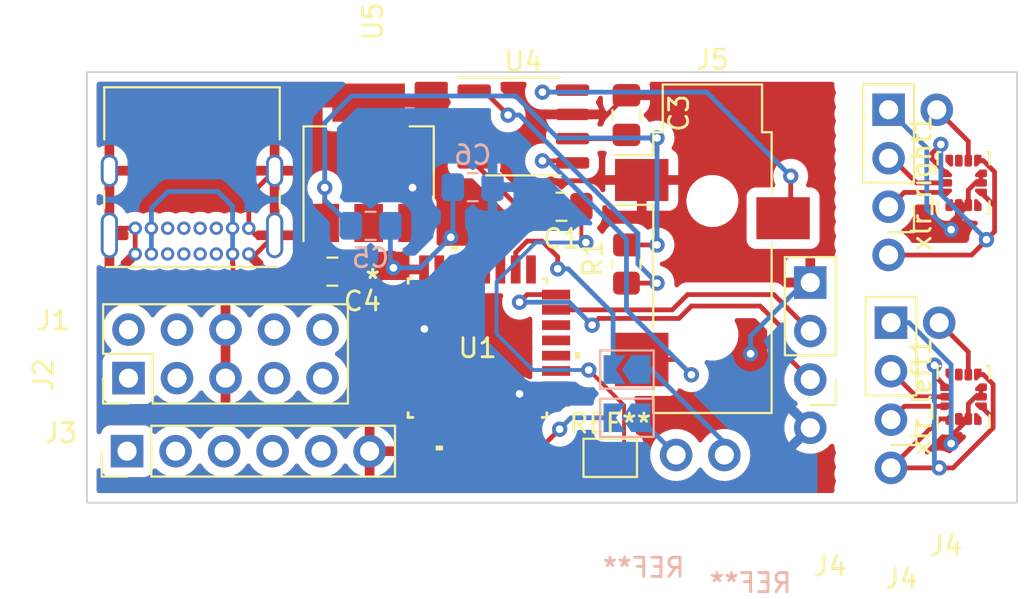
<source format=kicad_pcb>
(kicad_pcb (version 20211014) (generator pcbnew)
  (layers (0 "F.Cu" signal) (31 "B.Cu" signal) (34 "B.Paste" user) (35 "F.Paste" user) (36 "B.SilkS" user "B.Silkscreen") (37 "F.SilkS" user "F.Silkscreen") (38 "B.Mask" user) (39 "F.Mask" user) (44 "Edge.Cuts" user))
  (net 0 "")
  (net 1 "/AUDIO+")
  (net 2 "Net-(C1-Pad2)")
  (net 3 "GND")
  (net 4 "+5V")
  (net 5 "+3V3")
  (net 15 "/SWDIO")
  (net 17 "/SWCLK")
  (net 23 "/RX")
  (net 24 "/TX")
  (net 27 "Net-(J5-PadR)")
  (net 28 "Net-(J5-PadT)")
  (net 29 "Net-(R1-Pad2)")
  (net 32 "/ACC_INT1")
  (net 35 "/I2C1_SLC")
  (net 36 "/I2C1_SDA")
  (net 38 "/ACC_INT0")
  (footprint "Package_LGA:LGA-14_3x2.5mm_P0.5mm_LayoutBorder3x4y" (layer "F.Cu") (at 65.65 59.55 90)
    (fp_text reference "xlr_right1")
    (fp_text value "LSM6DSOTR")
  )
  (footprint "" (layer "F.Cu") (at 59.65 67.25 180)
    (fp_text reference "")
    (fp_text value "")
  )
  (footprint "" (layer "F.Cu") (at 57.625 72.375 90)
    (fp_text reference "")
    (fp_text value "")
  )
  (footprint "" (layer "F.Cu") (at 62.65 65 90)
    (fp_text reference "")
    (fp_text value "")
  )
  (footprint "" (layer "F.Cu") (at 59.65 70.3 180)
    (fp_text reference "")
    (fp_text value "")
  )
  (footprint "" (layer "F.Cu") (at 59.65 71.8 180)
    (fp_text reference "")
    (fp_text value "")
  )
  (footprint "Capacitor_SMD:C_0805_2012Metric_Pad1.18x1.45mm_HandSolder" (layer "F.Cu") (at 44.6 60.8 180)
    (fp_text reference "C1")
    (fp_text value "0.1uF")
  )
  (footprint "Connector_USB:USB_C_Receptacle_GCT_USB4085" (layer "F.Cu") (at 28.225 63.275 180)
    (fp_text reference "J1")
    (fp_text value "USB_C_Receptacle_USB2.0")
  )
  (footprint "" (layer "F.Cu") (at 65.65 65 90)
    (fp_text reference "")
    (fp_text value "")
  )
  (footprint "" (layer "F.Cu") (at 59.65 54.45 180)
    (fp_text reference "")
    (fp_text value "")
  )
  (footprint "" (layer "F.Cu") (at 66.4 65 90)
    (fp_text reference "")
    (fp_text value "")
  )
  (footprint "" (layer "F.Cu") (at 61.9 65 90)
    (fp_text reference "")
    (fp_text value "")
  )
  (footprint "Capacitor_SMD:C_0805_2012Metric_Pad1.18x1.45mm_HandSolder" (layer "F.Cu") (at 48 56 -90)
    (fp_text reference "C3")
    (fp_text value "10uF")
  )
  (footprint "Connector_PinHeader_2.54mm:PinHeader_1x06_P2.54mm_Vertical" (layer "F.Cu") (at 21.85 73.6 90)
    (fp_text reference "J3")
    (fp_text value "USB_SERIAL_TTL")
  )
  (footprint "" (layer "F.Cu") (at 59.65 55.95 180)
    (fp_text reference "")
    (fp_text value "")
  )
  (footprint "" (layer "F.Cu") (at 64.9 65 90)
    (fp_text reference "")
    (fp_text value "")
  )
  (footprint "" (layer "F.Cu") (at 59.65 59.7 180)
    (fp_text reference "")
    (fp_text value "")
  )
  (footprint "Package_TO_SOT_SMD:SOT-223-3_TabPin2" (layer "F.Cu") (at 34.5 58.5 90)
    (fp_text reference "U5")
    (fp_text value "TC1262-33")
  )
  (footprint "" (layer "F.Cu") (at 59.65 65.75 180)
    (fp_text reference "")
    (fp_text value "")
  )
  (footprint "" (layer "F.Cu") (at 64.15 65 90)
    (fp_text reference "")
    (fp_text value "")
  )
  (footprint "" (layer "F.Cu") (at 59.65 56.7 180)
    (fp_text reference "")
    (fp_text value "")
  )
  (footprint "" (layer "F.Cu") (at 59.65 57.45 180)
    (fp_text reference "")
    (fp_text value "")
  )
  (footprint "Package_LGA:LGA-14_3x2.5mm_P0.5mm_LayoutBorder3x4y" (layer "F.Cu") (at 65.65 70.75 90)
    (fp_text reference "xlr_left1")
    (fp_text value "LSM6DSOTR")
  )
  (footprint "" (layer "F.Cu") (at 59.65 75.55 180)
    (fp_text reference "")
    (fp_text value "")
  )
  (footprint "" (layer "F.Cu") (at 59.65 62.75 180)
    (fp_text reference "")
    (fp_text value "")
  )
  (footprint "" (layer "F.Cu") (at 59.65 68.75 180)
    (fp_text reference "")
    (fp_text value "")
  )
  (footprint "" (layer "F.Cu") (at 59.65 64.25 180)
    (fp_text reference "")
    (fp_text value "")
  )
  (footprint "" (layer "F.Cu") (at 61.85 74.475 90)
    (fp_text reference "")
    (fp_text value "")
  )
  (footprint "" (layer "F.Cu") (at 59.65 71.05 180)
    (fp_text reference "")
    (fp_text value "")
  )
  (footprint "" (layer "F.Cu") (at 65.65 65 90)
    (fp_text reference "")
    (fp_text value "")
  )
  (footprint "" (layer "F.Cu") (at 59.65 73.3 180)
    (fp_text reference "")
    (fp_text value "")
  )
  (footprint "" (layer "F.Cu") (at 59.65 69.55 180)
    (fp_text reference "")
    (fp_text value "")
  )
  (footprint "" (layer "F.Cu") (at 59.65 63.5 180)
    (fp_text reference "")
    (fp_text value "")
  )
  (footprint "Resistor_SMD:R_0805_2012Metric_Pad1.20x1.40mm_HandSolder" (layer "F.Cu") (at 48 63.8 -90)
    (fp_text reference "R1")
    (fp_text value "10k")
  )
  (footprint "" (layer "F.Cu") (at 59.65 58.95 180)
    (fp_text reference "")
    (fp_text value "")
  )
  (footprint "" (layer "F.Cu") (at 59.65 65 180)
    (fp_text reference "")
    (fp_text value "")
  )
  (footprint "" (layer "F.Cu") (at 67.15 65 90)
    (fp_text reference "")
    (fp_text value "")
  )
  (footprint "Capacitor_SMD:C_0805_2012Metric_Pad1.18x1.45mm_HandSolder" (layer "F.Cu") (at 32.6 64.2 180)
    (fp_text reference "C4")
    (fp_text value "1uF")
  )
  (footprint "Package_SO:SO-8_3.9x4.9mm_P1.27mm" (layer "F.Cu") (at 42.6 56.6)
    (fp_text reference "U4")
    (fp_text value "PAM8302AAS")
  )
  (footprint "" (layer "F.Cu") (at 63.4 65 90)
    (fp_text reference "")
    (fp_text value "")
  )
  (footprint "" (layer "F.Cu") (at 59.65 74.8 180)
    (fp_text reference "")
    (fp_text value "")
  )
  (footprint "" (layer "F.Cu") (at 59.65 55.2 180)
    (fp_text reference "")
    (fp_text value "")
  )
  (footprint "Connector_PinHeader_2.54mm:PinHeader_1x03_P2.54mm_Vertical" (layer "F.Cu") (at 57.625 69.85 180)
    (fp_text reference "J4")
    (fp_text value "I2C")
  )
  (footprint "Jumper:SolderJumper-2_P1.3mm_Open_TrianglePad1.0x1.5mm" (layer "F.Cu") (at 47.15 73.95)
    (fp_text reference "REF**")
    (fp_text value "SolderJumper-2_P1.3mm_Open_TrianglePad1.0x1.5mm")
  )
  (footprint "" (layer "F.Cu") (at 59.65 72.55 180)
    (fp_text reference "")
    (fp_text value "")
  )
  (footprint "" (layer "F.Cu") (at 53.125 73.8)
    (fp_text reference "")
    (fp_text value "")
  )
  (footprint "Connector_PinHeader_2.54mm:PinHeader_1x03_P2.54mm_Vertical" (layer "F.Cu") (at 61.85 71.95 180)
    (fp_text reference "J4")
    (fp_text value "I2C")
  )
  (footprint "Connector_Audio:Jack_3.5mm_CUI_SJ-3523-SMT_Horizontal" (layer "F.Cu") (at 52.5 63)
    (fp_text reference "J5")
    (fp_text value "AudioJack3")
  )
  (footprint "" (layer "F.Cu") (at 61.15 65 90)
    (fp_text reference "")
    (fp_text value "")
  )
  (footprint "Connector_PinHeader_2.54mm:PinHeader_1x03_P2.54mm_Vertical" (layer "F.Cu") (at 61.725 60.8 180)
    (fp_text reference "J4")
    (fp_text value "I2C")
  )
  (footprint "" (layer "F.Cu") (at 59.65 61.95 180)
    (fp_text reference "")
    (fp_text value "")
  )
  (footprint "" (layer "F.Cu") (at 59.65 61.2 180)
    (fp_text reference "")
    (fp_text value "")
  )
  (footprint "" (layer "F.Cu") (at 59.65 68 180)
    (fp_text reference "")
    (fp_text value "")
  )
  (footprint "" (layer "F.Cu") (at 59.65 66.5 180)
    (fp_text reference "")
    (fp_text value "")
  )
  (footprint "" (layer "F.Cu") (at 64.375 66.875)
    (fp_text reference "")
    (fp_text value "")
  )
  (footprint "Connector_PinHeader_2.54mm:PinHeader_2x05_P2.54mm_Vertical" (layer "F.Cu") (at 21.925 69.775 90)
    (fp_text reference "J2")
    (fp_text value "STM_LINK")
  )
  (footprint "" (layer "F.Cu") (at 60.4 65 90)
    (fp_text reference "")
    (fp_text value "")
  )
  (footprint "" (layer "F.Cu") (at 50.6 73.8)
    (fp_text reference "")
    (fp_text value "")
  )
  (footprint "Varistor:STM32G441KBT6 LQFP-32" (layer "F.Cu") (at 40.2 68.2)
    (fp_text reference "U1")
    (fp_text value "STM32G441KBT6")
  )
  (footprint "" (layer "F.Cu") (at 59.65 58.2 180)
    (fp_text reference "")
    (fp_text value "")
  )
  (footprint "" (layer "F.Cu") (at 67.9 65 90)
    (fp_text reference "")
    (fp_text value "")
  )
  (footprint "" (layer "F.Cu") (at 61.725 63.325 90)
    (fp_text reference "")
    (fp_text value "")
  )
  (footprint "" (layer "F.Cu") (at 59.65 60.45 180)
    (fp_text reference "")
    (fp_text value "")
  )
  (footprint "" (layer "F.Cu") (at 64.25 55.725)
    (fp_text reference "")
    (fp_text value "")
  )
  (footprint "" (layer "F.Cu") (at 59.65 74.05 180)
    (fp_text reference "")
    (fp_text value "")
  )
  (footprint "Jumper:SolderJumper-2_P1.3mm_Open_TrianglePad1.0x1.5mm" (layer "B.Cu") (at 48.025 71.85 180)
    (fp_text reference "REF**")
    (fp_text value "SolderJumper-2_P1.3mm_Open_TrianglePad1.0x1.5mm")
  )
  (footprint "Capacitor_SMD:C_0805_2012Metric_Pad1.18x1.45mm_HandSolder" (layer "B.Cu") (at 39.95 59.775 180)
    (fp_text reference "C6")
    (fp_text value "1uF")
  )
  (footprint "Capacitor_SMD:C_0805_2012Metric_Pad1.18x1.45mm_HandSolder" (layer "B.Cu") (at 34.6 61.8)
    (fp_text reference "C5")
    (fp_text value "1uF")
  )
  (footprint "Jumper:SolderJumper-2_P1.3mm_Open_TrianglePad1.0x1.5mm" (layer "B.Cu") (at 48.025 69.325 180)
    (fp_text reference "REF**")
    (fp_text value "SolderJumper-2_P1.3mm_Open_TrianglePad1.0x1.5mm")
  )
  (gr_rect (start 19.75 53.75) (end 68.45 76.3) (layer "Edge.Cuts") (width 0.1) (fill none))
  (segment (start 38.795577 74.3) (end 37.400001 72.904424) (width 0.2) (layer "F.Cu") (net 1))
  (segment (start 46.425 73.95) (end 46.075 74.3) (width 0.2) (layer "F.Cu") (net 1))
  (segment (start 45.6375 60.8) (end 45.6375 62.4375) (width 0.2) (layer "F.Cu") (net 1))
  (segment (start 46.025 69.35) (end 47.875 71.2) (width 0.2) (layer "F.Cu") (net 1))
  (segment (start 45.6375 62.4375) (end 45.875 62.675) (width 0.2) (layer "F.Cu") (net 1))
  (segment (start 46.075 74.3) (end 38.795577 74.3) (width 0.2) (layer "F.Cu") (net 1))
  (segment (start 47.875 71.2) (end 47.875 73.95) (width 0.2) (layer "F.Cu") (net 1))
  (segment (start 37.400001 72.904424) (end 37.400001 72.3148) (width 0.2) (layer "F.Cu") (net 1))
  (via (at 45.875 62.675) (size 0.8) (drill 0.4) (layers "F.Cu" "B.Cu") (net 1))
  (via (at 46.025 69.35) (size 0.8) (drill 0.4) (layers "F.Cu" "B.Cu") (net 1))
  (segment (start 41.2 64.725) (end 41.2 67.45) (width 0.2) (layer "B.Cu") (net 1))
  (segment (start 43.25 62.675) (end 41.2 64.725) (width 0.2) (layer "B.Cu") (net 1))
  (segment (start 45.875 62.675) (end 43.25 62.675) (width 0.2) (layer "B.Cu") (net 1))
  (segment (start 41.2 67.45) (end 43.1 69.35) (width 0.2) (layer "B.Cu") (net 1))
  (segment (start 43.1 69.35) (end 46.025 69.35) (width 0.2) (layer "B.Cu") (net 1))
  (segment (start 40.025 57.235) (end 40.301072 57.235) (width 0.25) (layer "F.Cu") (net 2))
  (segment (start 40.025 58.505) (end 40.025 57.235) (width 0.25) (layer "F.Cu") (net 2))
  (segment (start 43.5625 60.496428) (end 43.5625 60.8) (width 0.25) (layer "F.Cu") (net 2))
  (segment (start 42.32 60.8) (end 40.025 58.505) (width 0.25) (layer "F.Cu") (net 2))
  (segment (start 43.5625 60.8) (end 42.32 60.8) (width 0.25) (layer "F.Cu") (net 2))
  (segment (start 66.5625 59.05) (end 66.5625 59.55) (width 0.25) (layer "F.Cu") (net 3))
  (segment (start 20.925 58.915) (end 20.925 62.295) (width 0.25) (layer "F.Cu") (net 3))
  (segment (start 65.9 71.126415) (end 66.276415 70.75) (width 0.25) (layer "F.Cu") (net 3))
  (segment (start 46.9975 55.965) (end 48 54.9625) (width 0.25) (layer "F.Cu") (net 3))
  (segment (start 21.295 61.925) (end 20.925 62.295) (width 0.25) (layer "F.Cu") (net 3))
  (segment (start 65.4 71.9125) (end 65.9 71.9125) (width 0.25) (layer "F.Cu") (net 3))
  (segment (start 66.276415 70.75) (end 66.5625 70.75) (width 0.25) (layer "F.Cu") (net 3))
  (segment (start 22.275 61.925) (end 22.275 63.275) (width 0.25) (layer "F.Cu") (net 3))
  (segment (start 28.225 63.275) (end 28.595 63.275) (width 0.25) (layer "F.Cu") (net 3))
  (segment (start 66.276415 59.55) (end 66.5625 59.55) (width 0.25) (layer "F.Cu") (net 3))
  (segment (start 65.4 60.7125) (end 65.9 60.7125) (width 0.25) (layer "F.Cu") (net 3))
  (segment (start 65 72.8125) (end 65.9 71.9125) (width 0.25) (layer "F.Cu") (net 3))
  (segment (start 65.9 71.9125) (end 65.9 71.126415) (width 0.25) (layer "F.Cu") (net 3))
  (segment (start 28.595 62.295) (end 28.225 61.925) (width 0.25) (layer "F.Cu") (net 3))
  (segment (start 22.275 61.925) (end 21.295 61.925) (width 0.25) (layer "F.Cu") (net 3))
  (segment (start 65.9 59.926415) (end 66.276415 59.55) (width 0.25) (layer "F.Cu") (net 3))
  (segment (start 28.595 63.275) (end 29.575 62.295) (width 0.25) (layer "F.Cu") (net 3))
  (segment (start 29.575 62.295) (end 28.595 62.295) (width 0.25) (layer "F.Cu") (net 3))
  (segment (start 65 61.6125) (end 65.9 60.7125) (width 0.25) (layer "F.Cu") (net 3))
  (segment (start 65 73.2) (end 65 72.8125) (width 0.25) (layer "F.Cu") (net 3))
  (segment (start 66.5625 70.25) (end 66.5625 70.75) (width 0.25) (layer "F.Cu") (net 3))
  (segment (start 65 62) (end 65 61.6125) (width 0.25) (layer "F.Cu") (net 3))
  (segment (start 28.225 61.925) (end 28.225 60.265) (width 0.25) (layer "F.Cu") (net 3))
  (segment (start 42.824089 73.375911) (end 42.999999 73.200001) (width 0.25) (layer "F.Cu") (net 3))
  (segment (start 45.175 55.965) (end 46.9975 55.965) (width 0.25) (layer "F.Cu") (net 3))
  (segment (start 41.4 73.3014) (end 41.474511 73.375911) (width 0.25) (layer "F.Cu") (net 3))
  (segment (start 41.474511 73.375911) (end 42.824089 73.375911) (width 0.25) (layer "F.Cu") (net 3))
  (segment (start 37.400001 64.0852) (end 37.400001 65.380882) (width 0.25) (layer "F.Cu") (net 3))
  (segment (start 41.4 69.380881) (end 41.4 72.3148) (width 0.25) (layer "F.Cu") (net 3))
  (segment (start 41.4 72.3148) (end 41.4 73.3014) (width 0.25) (layer "F.Cu") (net 3))
  (segment (start 28.225 60.265) (end 29.575 58.915) (width 0.25) (layer "F.Cu") (net 3))
  (segment (start 37.400001 65.380882) (end 41.4 69.380881) (width 0.25) (layer "F.Cu") (net 3))
  (segment (start 42.999999 73.200001) (end 42.999999 72.3148) (width 0.25) (layer "F.Cu") (net 3))
  (segment (start 65.9 60.7125) (end 65.9 59.926415) (width 0.25) (layer "F.Cu") (net 3))
  (segment (start 64.9 60.7125) (end 65.4 60.7125) (width 0.25) (layer "F.Cu") (net 3))
  (via (at 54.5 68.5) (size 0.8) (drill 0.4) (layers "F.Cu" "B.Cu") (net 3))
  (via (at 65 62) (size 0.8) (drill 0.4) (layers "F.Cu" "B.Cu") (net 3))
  (via (at 35.8 64) (size 0.8) (drill 0.4) (layers "F.Cu" "B.Cu") (net 3))
  (via (at 38.8 62.4) (size 0.8) (drill 0.4) (layers "F.Cu" "B.Cu") (net 3))
  (via (at 65 73.2) (size 0.8) (drill 0.4) (layers "F.Cu" "B.Cu") (net 3))
  (segment (start 65 69.075) (end 65 73.2) (width 0.25) (layer "B.Cu") (net 3))
  (segment (start 61.725 55.725) (end 63.725 57.725) (width 0.25) (layer "B.Cu") (net 3))
  (segment (start 38.9125 62.2875) (end 38.8 62.4) (width 0.25) (layer "B.Cu") (net 3))
  (segment (start 64.8 62) (end 65 62) (width 0.25) (layer "B.Cu") (net 3))
  (segment (start 35.6375 63.8375) (end 35.8 64) (width 0.25) (layer "B.Cu") (net 3))
  (segment (start 54.5 67.575) (end 54.5 68.5) (width 0.25) (layer "B.Cu") (net 3))
  (segment (start 63.725 60.925) (end 64.8 62) (width 0.25) (layer "B.Cu") (net 3))
  (segment (start 63.725 57.725) (end 63.725 60.925) (width 0.25) (layer "B.Cu") (net 3))
  (segment (start 38.9125 59.775) (end 38.9125 62.2875) (width 0.25) (layer "B.Cu") (net 3))
  (segment (start 61.85 66.87) (end 62.795 66.87) (width 0.25) (layer "B.Cu") (net 3))
  (segment (start 38.8 62.4) (end 37.2 64) (width 0.25) (layer "B.Cu") (net 3))
  (segment (start 62.795 66.87) (end 65 69.075) (width 0.25) (layer "B.Cu") (net 3))
  (segment (start 35.6375 61.8) (end 35.6375 63.8375) (width 0.25) (layer "B.Cu") (net 3))
  (segment (start 37.2 64) (end 35.8 64) (width 0.25) (layer "B.Cu") (net 3))
  (segment (start 57.325 64.75) (end 54.5 67.575) (width 0.25) (layer "B.Cu") (net 3))
  (segment (start 27.375 63.275) (end 27.375 63.769974) (width 0.25) (layer "F.Cu") (net 4))
  (segment (start 47.8025 57.235) (end 48 57.0375) (width 0.25) (layer "F.Cu") (net 4))
  (segment (start 49.6 57.2) (end 48.1625 57.2) (width 0.25) (layer "F.Cu") (net 4))
  (segment (start 45.175 57.235) (end 47.8025 57.235) (width 0.25) (layer "F.Cu") (net 4))
  (segment (start 31.5625 64.2) (end 32.2 63.5625) (width 0.25) (layer "F.Cu") (net 4))
  (segment (start 49.6 62.8) (end 48 62.8) (width 0.25) (layer "F.Cu") (net 4))
  (segment (start 30.9625 64.8) (end 31.5625 64.2) (width 0.25) (layer "F.Cu") (net 4))
  (segment (start 27.4 64.8) (end 30.9625 64.8) (width 0.25) (layer "F.Cu") (net 4))
  (segment (start 27.4 63.794974) (end 27.4 64.8) (width 0.25) (layer "F.Cu") (net 4))
  (segment (start 32.2 59.8) (end 32.2 61.65) (width 0.25) (layer "F.Cu") (net 4))
  (segment (start 27.375 63.769974) (end 27.4 63.794974) (width 0.25) (layer "F.Cu") (net 4))
  (segment (start 32.2 63.5625) (end 32.2 61.65) (width 0.25) (layer "F.Cu") (net 4))
  (segment (start 48.1625 57.2) (end 48 57.0375) (width 0.25) (layer "F.Cu") (net 4))
  (via (at 49.6 57.2) (size 0.8) (drill 0.4) (layers "F.Cu" "B.Cu") (net 4))
  (via (at 49.6 62.8) (size 0.8) (drill 0.4) (layers "F.Cu" "B.Cu") (net 4))
  (via (at 32.2 59.8) (size 0.8) (drill 0.4) (layers "F.Cu" "B.Cu") (net 4))
  (segment (start 27.375 63.275) (end 27.375 61.925) (width 0.25) (layer "B.Cu") (net 4))
  (segment (start 23.125 61.925) (end 23.125 60.875) (width 0.25) (layer "B.Cu") (net 4))
  (segment (start 44.4 57.2) (end 49.6 57.2) (width 0.25) (layer "B.Cu") (net 4))
  (segment (start 26.6 60) (end 27.375 60.775) (width 0.25) (layer "B.Cu") (net 4))
  (segment (start 32.2 56.4) (end 33.6 55) (width 0.25) (layer "B.Cu") (net 4))
  (segment (start 23.125 63.275) (end 23.125 61.925) (width 0.25) (layer "B.Cu") (net 4))
  (segment (start 32.2 60.4375) (end 33.5625 61.8) (width 0.25) (layer "B.Cu") (net 4))
  (segment (start 33.6 55) (end 42.2 55) (width 0.25) (layer "B.Cu") (net 4))
  (segment (start 27.375 60.775) (end 27.375 61.925) (width 0.25) (layer "B.Cu") (net 4))
  (segment (start 32.2 59.8) (end 32.2 56.4) (width 0.25) (layer "B.Cu") (net 4))
  (segment (start 42.2 55) (end 44.4 57.2) (width 0.25) (layer "B.Cu") (net 4))
  (segment (start 24 60) (end 26.6 60) (width 0.25) (layer "B.Cu") (net 4))
  (segment (start 23.125 60.875) (end 24 60) (width 0.25) (layer "B.Cu") (net 4))
  (segment (start 49.6 57.2) (end 49.6 62.8) (width 0.25) (layer "B.Cu") (net 4))
  (segment (start 32.2 59.8) (end 32.2 60.4375) (width 0.25) (layer "B.Cu") (net 4))
  (segment (start 66.6 62.8) (end 66.07 63.33) (width 0.25) (layer "F.Cu") (net 5))
  (segment (start 42.4 72.114799) (end 42.199999 72.3148) (width 0.25) (layer "F.Cu") (net 5))
  (segment (start 61.85 74.475) (end 65.1 74.475) (width 0.25) (layer "F.Cu") (net 5))
  (segment (start 36.8 59.8) (end 36.8 61.65) (width 0.25) (layer "F.Cu") (net 5))
  (segment (start 36.924824 65.400001) (end 36.0852 65.400001) (width 0.25) (layer "F.Cu") (net 5))
  (segment (start 67.275 60.7625) (end 66.5625 60.05) (width 0.25) (layer "F.Cu") (net 5))
  (segment (start 67.275 62.1) (end 66.85 62.525) (width 0.25) (layer "F.Cu") (net 5))
  (segment (start 37.421302 65.896479) (end 36.924824 65.400001) (width 0.25) (layer "F.Cu") (net 5))
  (segment (start 64.9 71.9125) (end 64.4125 71.9125) (width 0.25) (layer "F.Cu") (net 5))
  (segment (start 67.275 58.976415) (end 67.275 60.7625) (width 0.25) (layer "F.Cu") (net 5))
  (segment (start 67.2 70.101415) (end 67.2 71.8875) (width 0.25) (layer "F.Cu") (net 5))
  (segment (start 64.4125 71.9125) (end 61.85 74.475) (width 0.25) (layer "F.Cu") (net 5))
  (segment (start 66.4 58.3875) (end 66.686085 58.3875) (width 0.25) (layer "F.Cu") (net 5))
  (segment (start 67.275 60.7625) (end 67.275 62.1) (width 0.25) (layer "F.Cu") (net 5))
  (segment (start 66.686085 69.5875) (end 67.2 70.101415) (width 0.25) (layer "F.Cu") (net 5))
  (segment (start 66.4 69.5875) (end 66.686085 69.5875) (width 0.25) (layer "F.Cu") (net 5))
  (segment (start 64.7375 59.05) (end 64 58.3125) (width 0.25) (layer "F.Cu") (net 5))
  (segment (start 64.7375 70.25) (end 64.125 69.6375) (width 0.25) (layer "F.Cu") (net 5))
  (segment (start 64 58) (end 64.4625 57.5375) (width 0.25) (layer "F.Cu") (net 5))
  (segment (start 64 58.3125) (end 64 58) (width 0.25) (layer "F.Cu") (net 5))
  (segment (start 44.3148 70.999999) (end 42.799999 70.999999) (width 0.25) (layer "F.Cu") (net 5))
  (segment (start 66.07 63.33) (end 61.725 63.33) (width 0.25) (layer "F.Cu") (net 5))
  (segment (start 67.2 72.375) (end 67.2 71.8875) (width 0.25) (layer "F.Cu") (net 5))
  (segment (start 42.4 70.6) (end 42.4 72.114799) (width 0.25) (layer "F.Cu") (net 5))
  (segment (start 66.5625 71.25) (end 67.2 71.8875) (width 0.25) (layer "F.Cu") (net 5))
  (segment (start 66.686085 58.3875) (end 67.275 58.976415) (width 0.25) (layer "F.Cu") (net 5))
  (segment (start 42.799999 70.999999) (end 42.4 70.6) (width 0.25) (layer "F.Cu") (net 5))
  (segment (start 37.421302 67.2) (end 37.421302 65.896479) (width 0.25) (layer "F.Cu") (net 5))
  (segment (start 64.125 69.6375) (end 64.125 69.1) (width 0.25) (layer "F.Cu") (net 5))
  (segment (start 65.1 74.475) (end 67.2 72.375) (width 0.25) (layer "F.Cu") (net 5))
  (via (at 36.8 59.8) (size 0.8) (drill 0.4) (layers "F.Cu" "B.Cu") (net 5))
  (via (at 42.4 70.6) (size 0.8) (drill 0.4) (layers "F.Cu" "B.Cu") (net 5))
  (via (at 64.125 69.1) (size 0.8) (drill 0.4) (layers "F.Cu" "B.Cu") (net 5))
  (via (at 64.375 74.475) (size 0.8) (drill 0.4) (layers "F.Cu" "B.Cu") (net 5))
  (via (at 37.421302 67.2) (size 0.8) (drill 0.4) (layers "F.Cu" "B.Cu") (net 5))
  (via (at 64.4625 57.5375) (size 0.8) (drill 0.4) (layers "F.Cu" "B.Cu") (net 5))
  (via (at 66.85 62.525) (size 0.8) (drill 0.4) (layers "F.Cu" "B.Cu") (net 5))
  (segment (start 66.85 62.525) (end 64.4625 60.1375) (width 0.25) (layer "B.Cu") (net 5))
  (segment (start 64.125 74.225) (end 64.375 74.475) (width 0.25) (layer "B.Cu") (net 5))
  (segment (start 64.125 69.1) (end 64.125 74.225) (width 0.25) (layer "B.Cu") (net 5))
  (segment (start 64.4625 60.1375) (end 64.4625 57.5375) (width 0.25) (layer "B.Cu") (net 5))
  (segment (start 56.6 61) (end 56.2 61.4) (width 0.25) (layer "F.Cu") (net 27))
  (segment (start 45.07 54.8) (end 45.175 54.695) (width 0.25) (layer "F.Cu") (net 27))
  (segment (start 43.6 54.8) (end 45.07 54.8) (width 0.25) (layer "F.Cu") (net 27))
  (segment (start 56.6 59.2) (end 56.6 61) (width 0.25) (layer "F.Cu") (net 27))
  (via (at 56.6 59.2) (size 0.8) (drill 0.4) (layers "F.Cu" "B.Cu") (net 27))
  (via (at 43.6 54.8) (size 0.8) (drill 0.4) (layers "F.Cu" "B.Cu") (net 27))
  (segment (start 43.6 54.8) (end 52.2 54.8) (width 0.25) (layer "B.Cu") (net 27))
  (segment (start 52.2 54.8) (end 56.6 59.2) (width 0.25) (layer "B.Cu") (net 27))
  (segment (start 51.4 69.6) (end 50.6 68.8) (width 0.25) (layer "F.Cu") (net 28))
  (segment (start 43.6 58.4) (end 45.07 58.4) (width 0.25) (layer "F.Cu") (net 28))
  (segment (start 45.07 58.4) (end 45.175 58.505) (width 0.25) (layer "F.Cu") (net 28))
  (segment (start 50.6 68.8) (end 48.8 68.8) (width 0.25) (layer "F.Cu") (net 28))
  (via (at 51.4 69.6) (size 0.8) (drill 0.4) (layers "F.Cu" "B.Cu") (net 28))
  (via (at 43.6 58.4) (size 0.8) (drill 0.4) (layers "F.Cu" "B.Cu") (net 28))
  (segment (start 43.6 58.4) (end 43.9 58.4) (width 0.25) (layer "B.Cu") (net 28))
  (segment (start 48 62.5) (end 48 66.2) (width 0.25) (layer "B.Cu") (net 28))
  (segment (start 48 66.2) (end 51.4 69.6) (width 0.25) (layer "B.Cu") (net 28))
  (segment (start 43.9 58.4) (end 48 62.5) (width 0.25) (layer "B.Cu") (net 28))
  (segment (start 40.025 54.695) (end 40.495 54.695) (width 0.25) (layer "F.Cu") (net 29))
  (segment (start 48 64.8) (end 49.6 64.8) (width 0.25) (layer "F.Cu") (net 29))
  (segment (start 40.495 54.695) (end 41.8 56) (width 0.25) (layer "F.Cu") (net 29))
  (via (at 49.6 64.8) (size 0.8) (drill 0.4) (layers "F.Cu" "B.Cu") (net 29))
  (via (at 41.8 56) (size 0.8) (drill 0.4) (layers "F.Cu" "B.Cu") (net 29))
  (segment (start 48.6 63.8) (end 49.6 64.8) (width 0.25) (layer "B.Cu") (net 29))
  (segment (start 48.6 62.2) (end 48.6 63.8) (width 0.25) (layer "B.Cu") (net 29))
  (segment (start 42.4 56) (end 48.6 62.2) (width 0.25) (layer "B.Cu") (net 29))
  (segment (start 41.8 56) (end 42.4 56) (width 0.25) (layer "B.Cu") (net 29))
  (segment (start 42.200001 63.199999) (end 42.8 62.6) (width 0.25) (layer "F.Cu") (net 32))
  (segment (start 65.9 69.5875) (end 65.9 68.4) (width 0.25) (layer "F.Cu") (net 32))
  (segment (start 65.9 68.4) (end 64.375 66.875) (width 0.25) (layer "F.Cu") (net 32))
  (segment (start 44.4 63.425) (end 44.4 64.05) (width 0.25) (layer "F.Cu") (net 32))
  (segment (start 43.575 62.6) (end 44.4 63.425) (width 0.25) (layer "F.Cu") (net 32))
  (segment (start 42.200001 64.0852) (end 42.200001 63.199999) (width 0.25) (layer "F.Cu") (net 32))
  (segment (start 42.8 62.6) (end 43.575 62.6) (width 0.25) (layer "F.Cu") (net 32))
  (via (at 44.4 64.05) (size 0.8) (drill 0.4) (layers "F.Cu" "B.Cu") (net 32))
  (segment (start 44.95 64.05) (end 44.4 64.05) (width 0.25) (layer "B.Cu") (net 32))
  (segment (start 48.75 69.325) (end 49.3 69.325) (width 0.25) (layer "B.Cu") (net 32))
  (segment (start 47.3 66.4) (end 44.95 64.05) (width 0.25) (layer "B.Cu") (net 32))
  (segment (start 49.3 69.325) (end 53.3 73.325) (width 0.25) (layer "B.Cu") (net 32))
  (segment (start 47.3 69.325) (end 47.3 66.4) (width 0.25) (layer "B.Cu") (net 32))
  (segment (start 50.399999 66.200001) (end 51.2 65.4) (width 0.25) (layer "F.Cu") (net 35))
  (segment (start 63.19 70.75) (end 61.85 69.41) (width 0.25) (layer "F.Cu") (net 35))
  (segment (start 64.7375 70.75) (end 63.19 70.75) (width 0.25) (layer "F.Cu") (net 35))
  (segment (start 63.19 59.55) (end 61.85 58.21) (width 0.25) (layer "F.Cu") (net 35))
  (segment (start 64.7375 59.55) (end 63.19 59.55) (width 0.25) (layer "F.Cu") (net 35))
  (segment (start 51.2 65.4) (end 55.715 65.4) (width 0.25) (layer "F.Cu") (net 35))
  (segment (start 44.3148 66.200001) (end 50.399999 66.200001) (width 0.25) (layer "F.Cu") (net 35))
  (segment (start 55.715 65.4) (end 57.625 67.31) (width 0.25) (layer "F.Cu") (net 35))
  (segment (start 44.3148 65.400001) (end 42.799999 65.400001) (width 0.25) (layer "F.Cu") (net 36))
  (segment (start 64.7375 60.05) (end 62.55 60.05) (width 0.25) (layer "F.Cu") (net 36))
  (segment (start 62.55 60.05) (end 61.85 60.75) (width 0.25) (layer "F.Cu") (net 36))
  (segment (start 64.7375 71.25) (end 62.55 71.25) (width 0.25) (layer "F.Cu") (net 36))
  (segment (start 62.55 71.25) (end 61.85 71.95) (width 0.25) (layer "F.Cu") (net 36))
  (segment (start 56 68.225) (end 56 67) (width 0.25) (layer "F.Cu") (net 36))
  (segment (start 46.550479 66.649521) (end 46.2 67) (width 0.25) (layer "F.Cu") (net 36))
  (segment (start 50.750479 66.649521) (end 46.550479 66.649521) (width 0.25) (layer "F.Cu") (net 36))
  (segment (start 55 66) (end 51.4 66) (width 0.25) (layer "F.Cu") (net 36))
  (segment (start 42.799999 65.400001) (end 42.4 65.8) (width 0.25) (layer "F.Cu") (net 36))
  (segment (start 56 67) (end 55 66) (width 0.25) (layer "F.Cu") (net 36))
  (segment (start 51.4 66) (end 50.750479 66.649521) (width 0.25) (layer "F.Cu") (net 36))
  (segment (start 57.625 69.85) (end 56 68.225) (width 0.25) (layer "F.Cu") (net 36))
  (via (at 42.4 65.8) (size 0.8) (drill 0.4) (layers "F.Cu" "B.Cu") (net 36))
  (via (at 46.2 67) (size 0.8) (drill 0.4) (layers "F.Cu" "B.Cu") (net 36))
  (segment (start 46.2 67) (end 45 65.8) (width 0.25) (layer "B.Cu") (net 36))
  (segment (start 45 65.8) (end 42.4 65.8) (width 0.25) (layer "B.Cu") (net 36))
  (segment (start 40.599999 73.274999) (end 40.599999 72.3148) (width 0.25) (layer "F.Cu") (net 38))
  (segment (start 65.9 57.375) (end 64.25 55.725) (width 0.25) (layer "F.Cu") (net 38))
  (segment (start 44.5 72.45) (end 43.175 73.775) (width 0.25) (layer "F.Cu") (net 38))
  (segment (start 43.175 73.775) (end 41.1 73.775) (width 0.25) (layer "F.Cu") (net 38))
  (segment (start 65.9 58.3875) (end 65.9 57.375) (width 0.25) (layer "F.Cu") (net 38))
  (segment (start 41.1 73.775) (end 40.599999 73.274999) (width 0.25) (layer "F.Cu") (net 38))
  (via (at 44.5 72.45) (size 0.8) (drill 0.4) (layers "F.Cu" "B.Cu") (net 38))
  (segment (start 50.6 73.8) (end 48.75 71.95) (width 0.25) (layer "B.Cu") (net 38))
  (segment (start 45.1 71.85) (end 44.5 72.45) (width 0.25) (layer "B.Cu") (net 38))
  (segment (start 50.525 73.725) (end 50.6 73.8) (width 0.25) (layer "B.Cu") (net 38))
  (segment (start 48.75 71.95) (end 48.75 71.85) (width 0.25) (layer "B.Cu") (net 38))
  (segment (start 47.3 71.85) (end 45.1 71.85) (width 0.25) (layer "B.Cu") (net 38))
  (zone (net 3) (net_name "GND") (layer "F.Cu") (connect_pads (clearance 0.508)) (min_thickness 0.254) (fill yes (thermal_gap 0.508) (thermal_bridge_width 0.508))
    (polygon (pts (xy 68.4 76) (xy 20 76) (xy 20 54) (xy 68.4 54)))
  )
  (zone (net 5) (net_name "+3V3") (layer "B.Cu") (connect_pads (clearance 0.508)) (min_thickness 0.254) (fill yes (thermal_gap 0.508) (thermal_bridge_width 0.508))
    (polygon (pts (xy 58 76) (xy 20 76) (xy 20 54) (xy 58 54)))
  )
)
</source>
